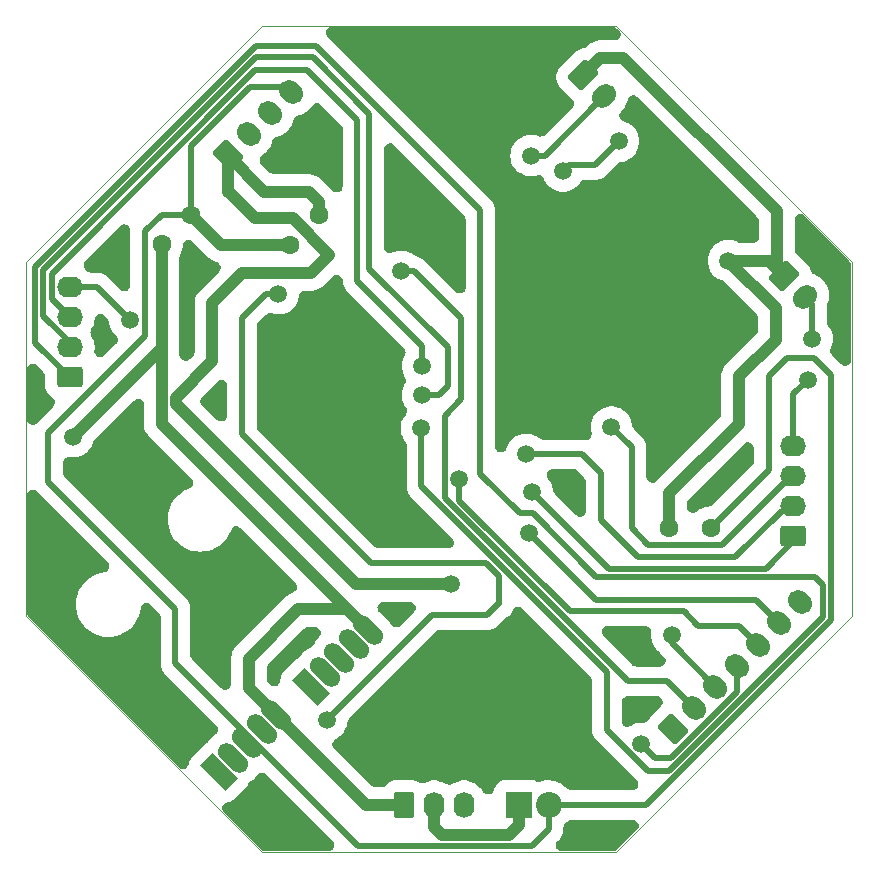
<source format=gbr>
%TF.GenerationSoftware,KiCad,Pcbnew,8.0.1*%
%TF.CreationDate,2024-05-14T22:23:39-04:00*%
%TF.ProjectId,MainPCBV2,4d61696e-5043-4425-9632-2e6b69636164,rev?*%
%TF.SameCoordinates,PX7270e00PY7bfa480*%
%TF.FileFunction,Copper,L2,Bot*%
%TF.FilePolarity,Positive*%
%FSLAX45Y45*%
G04 Gerber Fmt 4.5, Leading zero omitted, Abs format (unit mm)*
G04 Created by KiCad (PCBNEW 8.0.1) date 2024-05-14 22:23:39*
%MOMM*%
%LPD*%
G01*
G04 APERTURE LIST*
G04 Aperture macros list*
%AMRoundRect*
0 Rectangle with rounded corners*
0 $1 Rounding radius*
0 $2 $3 $4 $5 $6 $7 $8 $9 X,Y pos of 4 corners*
0 Add a 4 corners polygon primitive as box body*
4,1,4,$2,$3,$4,$5,$6,$7,$8,$9,$2,$3,0*
0 Add four circle primitives for the rounded corners*
1,1,$1+$1,$2,$3*
1,1,$1+$1,$4,$5*
1,1,$1+$1,$6,$7*
1,1,$1+$1,$8,$9*
0 Add four rect primitives between the rounded corners*
20,1,$1+$1,$2,$3,$4,$5,0*
20,1,$1+$1,$4,$5,$6,$7,0*
20,1,$1+$1,$6,$7,$8,$9,0*
20,1,$1+$1,$8,$9,$2,$3,0*%
%AMHorizOval*
0 Thick line with rounded ends*
0 $1 width*
0 $2 $3 position (X,Y) of the first rounded end (center of the circle)*
0 $4 $5 position (X,Y) of the second rounded end (center of the circle)*
0 Add line between two ends*
20,1,$1,$2,$3,$4,$5,0*
0 Add two circle primitives to create the rounded ends*
1,1,$1,$2,$3*
1,1,$1,$4,$5*%
%AMRotRect*
0 Rectangle, with rotation*
0 The origin of the aperture is its center*
0 $1 length*
0 $2 width*
0 $3 Rotation angle, in degrees counterclockwise*
0 Add horizontal line*
21,1,$1,$2,0,0,$3*%
G04 Aperture macros list end*
%TA.AperFunction,ComponentPad*%
%ADD10RoundRect,0.250000X0.845000X-0.620000X0.845000X0.620000X-0.845000X0.620000X-0.845000X-0.620000X0*%
%TD*%
%TA.AperFunction,ComponentPad*%
%ADD11O,2.190000X1.740000*%
%TD*%
%TA.AperFunction,ComponentPad*%
%ADD12RoundRect,0.250000X0.159099X-1.035911X1.035911X-0.159099X-0.159099X1.035911X-1.035911X0.159099X0*%
%TD*%
%TA.AperFunction,ComponentPad*%
%ADD13HorizOval,1.740000X-0.159099X0.159099X0.159099X-0.159099X0*%
%TD*%
%TA.AperFunction,ComponentPad*%
%ADD14RotRect,1.500000X3.000000X45.000000*%
%TD*%
%TA.AperFunction,ComponentPad*%
%ADD15HorizOval,1.500000X-0.530330X0.530330X0.530330X-0.530330X0*%
%TD*%
%TA.AperFunction,ComponentPad*%
%ADD16C,1.600000*%
%TD*%
%TA.AperFunction,ComponentPad*%
%ADD17RoundRect,0.250000X-1.035911X-0.159099X-0.159099X-1.035911X1.035911X0.159099X0.159099X1.035911X0*%
%TD*%
%TA.AperFunction,ComponentPad*%
%ADD18HorizOval,1.740000X-0.159099X-0.159099X0.159099X0.159099X0*%
%TD*%
%TA.AperFunction,ComponentPad*%
%ADD19RoundRect,0.250000X-0.620000X-0.845000X0.620000X-0.845000X0.620000X0.845000X-0.620000X0.845000X0*%
%TD*%
%TA.AperFunction,ComponentPad*%
%ADD20O,1.740000X2.190000*%
%TD*%
%TA.AperFunction,ComponentPad*%
%ADD21R,2.200000X2.200000*%
%TD*%
%TA.AperFunction,ComponentPad*%
%ADD22C,2.200000*%
%TD*%
%TA.AperFunction,ViaPad*%
%ADD23C,1.500000*%
%TD*%
%TA.AperFunction,Conductor*%
%ADD24C,0.500000*%
%TD*%
%TA.AperFunction,Conductor*%
%ADD25C,1.000000*%
%TD*%
%TA.AperFunction,Profile*%
%ADD26C,0.100000*%
%TD*%
G04 APERTURE END LIST*
D10*
X6500000Y2678000D03*
D11*
X6500000Y2932000D03*
X6500000Y3186000D03*
X6500000Y3440000D03*
D12*
X1710790Y5900790D03*
D13*
X1890395Y6080395D03*
X2070000Y6260000D03*
X2249605Y6439605D03*
D14*
X1637624Y681544D03*
D15*
X1757832Y801752D03*
X1878040Y921960D03*
X1998248Y1042168D03*
X2118456Y1162376D03*
D16*
X2483744Y5393744D03*
X2236256Y5146256D03*
D17*
X6420395Y4879605D03*
D18*
X6600000Y4700000D03*
D19*
X3202000Y400000D03*
D20*
X3456000Y400000D03*
X3710000Y400000D03*
D21*
X4173000Y400000D03*
D22*
X4427000Y400000D03*
D17*
X4720395Y6579605D03*
D18*
X4900000Y6400000D03*
D12*
X5481185Y1041185D03*
D13*
X5660790Y1220790D03*
X5840395Y1400395D03*
X6020000Y1580000D03*
X6199605Y1759605D03*
X6379210Y1939210D03*
X6558815Y2118815D03*
D16*
X5450000Y2750000D03*
X5800000Y2750000D03*
X1152513Y5152513D03*
X1400000Y5400000D03*
D14*
X2415779Y1403389D03*
D15*
X2535987Y1523597D03*
X2656195Y1643805D03*
X2776403Y1764013D03*
X2896611Y1884221D03*
D10*
X375000Y4021000D03*
D11*
X375000Y4275000D03*
X375000Y4529000D03*
X375000Y4783000D03*
D23*
X5470000Y1840000D03*
X400000Y3520000D03*
X3600000Y2270000D03*
X3360000Y3870000D03*
X880000Y4510000D03*
X3350000Y3590000D03*
X5950000Y5010000D03*
X5210000Y920000D03*
X3180000Y4920000D03*
X3670000Y3160000D03*
X4260000Y2700000D03*
X5020000Y6020000D03*
X4550000Y5770000D03*
X3360000Y4120000D03*
X6660000Y4350000D03*
X4280000Y5900000D03*
X2550000Y1120000D03*
X2140000Y4730000D03*
X6620000Y4000000D03*
X4960000Y3600000D03*
X4290000Y3050000D03*
X4240000Y3370000D03*
D24*
X4427000Y400000D02*
X5256486Y400000D01*
X6290000Y3240000D02*
X5800000Y2750000D01*
X1010920Y5257800D02*
X1010920Y4373880D01*
X2209210Y6480000D02*
X1898995Y6480000D01*
X6446520Y4185920D02*
X6290000Y4029400D01*
X1898995Y6480000D02*
X1400000Y5981005D01*
D25*
X1400000Y5400000D02*
X1653744Y5146256D01*
D24*
X2815711Y55000D02*
X4286640Y55000D01*
X1400000Y5400000D02*
X1153120Y5400000D01*
X4427000Y195360D02*
X4427000Y400000D01*
X1153120Y5400000D02*
X1010920Y5257800D01*
X2249605Y6439605D02*
X2209210Y6480000D01*
X1268155Y2061845D02*
X1268155Y1602555D01*
X5470000Y1770790D02*
X5470000Y1840000D01*
X6820000Y1963514D02*
X6820000Y4041040D01*
X4286640Y55000D02*
X4427000Y195360D01*
D25*
X1653744Y5146256D02*
X2236256Y5146256D01*
D24*
X6675120Y4185920D02*
X6446520Y4185920D01*
X1010920Y4373880D02*
X190000Y3552960D01*
X6290000Y4029400D02*
X6290000Y3240000D01*
X1268155Y1602555D02*
X2815711Y55000D01*
X5840395Y1400395D02*
X5470000Y1770790D01*
X1400000Y5981005D02*
X1400000Y5400000D01*
X5256486Y400000D02*
X6820000Y1963514D01*
X6820000Y4041040D02*
X6675120Y4185920D01*
X190000Y3552960D02*
X190000Y3140000D01*
X190000Y3140000D02*
X1268155Y2061845D01*
D25*
X1890000Y1640000D02*
X1890000Y1390833D01*
X2720833Y2060000D02*
X2310000Y2060000D01*
X1890000Y1390833D02*
X2118456Y1162376D01*
X1152513Y5152513D02*
X1152513Y3628320D01*
X2310000Y2060000D02*
X1890000Y1640000D01*
X2912390Y1900000D02*
X2896611Y1884221D01*
X2880833Y400000D02*
X2118456Y1162376D01*
X2896611Y1884221D02*
X2720833Y2060000D01*
X1152513Y5152513D02*
X1152513Y4272513D01*
X1152513Y3628320D02*
X2896611Y1884221D01*
X1152513Y4272513D02*
X400000Y3520000D01*
X3202000Y400000D02*
X2880833Y400000D01*
X2260000Y5370000D02*
X1940000Y5370000D01*
X1272513Y3850000D02*
X1579880Y4157367D01*
X1940000Y5370000D02*
X1720000Y5590000D01*
X1710790Y5900790D02*
X2021580Y5590000D01*
X1835790Y4905000D02*
X2415000Y4905000D01*
X1720000Y5590000D02*
X1710790Y5590000D01*
X1272513Y3797487D02*
X1272513Y3850000D01*
X1579880Y4157367D02*
X1579880Y4649090D01*
X2415000Y4905000D02*
X2570000Y5060000D01*
X1710790Y5590000D02*
X1710790Y5900790D01*
X1579880Y4649090D02*
X1835790Y4905000D01*
X2570000Y5060000D02*
X2260000Y5370000D01*
X3600000Y2270000D02*
X2800000Y2270000D01*
X2800000Y2270000D02*
X1272513Y3797487D01*
X2483744Y5506256D02*
X2483744Y5393744D01*
X2021580Y5590000D02*
X2400000Y5590000D01*
X2400000Y5590000D02*
X2483744Y5506256D01*
D24*
X1952005Y6731000D02*
X2433320Y6731000D01*
X150500Y4544324D02*
X150500Y4929495D01*
X2910840Y6253480D02*
X2910840Y4942840D01*
X419824Y4275000D02*
X150500Y4544324D01*
X3499160Y3870000D02*
X3360000Y3870000D01*
X2433320Y6731000D02*
X2910840Y6253480D01*
X3576320Y3947160D02*
X3499160Y3870000D01*
X375000Y4275000D02*
X419824Y4275000D01*
X150500Y4929495D02*
X1952005Y6731000D01*
X2910840Y4942840D02*
X3576320Y4277360D01*
X3576320Y4277360D02*
X3576320Y3947160D01*
X607000Y4783000D02*
X880000Y4510000D01*
X375000Y4783000D02*
X607000Y4783000D01*
X4920000Y1040000D02*
X4920000Y1528995D01*
X4292600Y2870200D02*
X4832800Y2330000D01*
X4920000Y1528995D02*
X3350000Y3098995D01*
X80500Y4958490D02*
X1949530Y6827520D01*
X5448371Y690880D02*
X5269120Y690880D01*
X3350000Y3098995D02*
X3350000Y3590000D01*
X3850000Y3206120D02*
X4185920Y2870200D01*
X6750000Y1992509D02*
X5448371Y690880D01*
X375000Y4021000D02*
X80500Y4315500D01*
X2458720Y6827520D02*
X3850000Y5436240D01*
X6681920Y2330000D02*
X6750000Y2261920D01*
X80500Y4315500D02*
X80500Y4958490D01*
X4832800Y2330000D02*
X6681920Y2330000D01*
X6750000Y2261920D02*
X6750000Y1992509D01*
X5269120Y690880D02*
X4920000Y1040000D01*
X1949530Y6827520D02*
X2458720Y6827520D01*
X4185920Y2870200D02*
X4292600Y2870200D01*
X3850000Y5436240D02*
X3850000Y3206120D01*
D25*
X6040000Y4030000D02*
X6040000Y3630000D01*
X6360000Y4940000D02*
X6360000Y5427868D01*
X6350000Y4340000D02*
X6040000Y4030000D01*
X6040000Y3630000D02*
X5450000Y3040000D01*
X6290000Y5010000D02*
X6420395Y4879605D01*
X4866710Y6725920D02*
X4720395Y6579605D01*
X5950000Y5010000D02*
X6290000Y5010000D01*
X5450000Y3040000D02*
X5450000Y2750000D01*
X6350000Y4610000D02*
X6350000Y4340000D01*
X6420395Y4879605D02*
X6360000Y4940000D01*
X5950000Y5010000D02*
X6350000Y4610000D01*
X6360000Y5427868D02*
X5061948Y6725920D01*
X5061948Y6725920D02*
X4866710Y6725920D01*
D24*
X6020000Y1580000D02*
X5990000Y1580000D01*
X5327360Y802640D02*
X5210000Y920000D01*
X6020000Y1580000D02*
X6020000Y1361504D01*
X5461136Y802640D02*
X5327360Y802640D01*
X6020000Y1361504D02*
X5461136Y802640D01*
X5433779Y1447800D02*
X5660790Y1220790D01*
X3550000Y3698240D02*
X3550000Y2997990D01*
X3180000Y4920000D02*
X3290000Y4920000D01*
X3688080Y3836320D02*
X3550000Y3698240D01*
X5100190Y1447800D02*
X5433779Y1447800D01*
X3688080Y4521920D02*
X3688080Y3836320D01*
X3550000Y2997990D02*
X5100190Y1447800D01*
X3290000Y4920000D02*
X3688080Y4521920D01*
X3670000Y3160000D02*
X3670000Y2976985D01*
X6038970Y1920240D02*
X6199605Y1759605D01*
X5694680Y1920240D02*
X6038970Y1920240D01*
X5572760Y2042160D02*
X5694680Y1920240D01*
X4604825Y2042160D02*
X5572760Y2042160D01*
X3670000Y2976985D02*
X4604825Y2042160D01*
X4260000Y2700000D02*
X4826400Y2133600D01*
X6184820Y2133600D02*
X6379210Y1939210D01*
X4826400Y2133600D02*
X6184820Y2133600D01*
X4820000Y5820000D02*
X5020000Y6020000D01*
X4600000Y5820000D02*
X4820000Y5820000D01*
X4550000Y5770000D02*
X4600000Y5820000D01*
X220500Y4683500D02*
X220500Y4900500D01*
X3360000Y4290480D02*
X3360000Y4120000D01*
X1944320Y6624320D02*
X2382520Y6624320D01*
X2382520Y6624320D02*
X2809240Y6197600D01*
X220500Y4900500D02*
X1944320Y6624320D01*
X2809240Y4841240D02*
X3360000Y4290480D01*
X2809240Y6197600D02*
X2809240Y4841240D01*
X375000Y4529000D02*
X220500Y4683500D01*
X6660000Y4640000D02*
X6600000Y4700000D01*
X6660000Y4350000D02*
X6660000Y4640000D01*
X4400000Y5900000D02*
X4900000Y6400000D01*
X4280000Y5900000D02*
X4400000Y5900000D01*
X1830000Y3540000D02*
X1830000Y4527480D01*
X4000000Y2100000D02*
X4010000Y2100000D01*
X2032520Y4730000D02*
X2140000Y4730000D01*
X3440000Y2010000D02*
X3910000Y2010000D01*
X1830000Y4527480D02*
X2032520Y4730000D01*
X3900000Y2450000D02*
X2920000Y2450000D01*
X2920000Y2450000D02*
X1830000Y3540000D01*
X4010000Y2340000D02*
X3900000Y2450000D01*
X2550000Y1120000D02*
X3440000Y2010000D01*
X3910000Y2010000D02*
X4000000Y2100000D01*
X4010000Y2100000D02*
X4010000Y2340000D01*
X6620000Y4000000D02*
X6500000Y3880000D01*
X6500000Y3880000D02*
X6500000Y3400000D01*
X5130800Y3429200D02*
X4960000Y3600000D01*
X5130800Y2742423D02*
X5130800Y3429200D01*
X6500000Y3146000D02*
X6437840Y3146000D01*
X5272263Y2600960D02*
X5130800Y2742423D01*
X6437840Y3146000D02*
X5892800Y2600960D01*
X5892800Y2600960D02*
X5272263Y2600960D01*
X6264840Y2402840D02*
X4937160Y2402840D01*
X6500000Y2638000D02*
X6264840Y2402840D01*
X4937160Y2402840D02*
X4290000Y3050000D01*
X6402280Y2892000D02*
X6500000Y2892000D01*
X5181600Y2499360D02*
X6009640Y2499360D01*
X6009640Y2499360D02*
X6402280Y2892000D01*
X4870000Y3210000D02*
X4870000Y2810960D01*
X4240000Y3370000D02*
X4710000Y3370000D01*
X4870000Y2810960D02*
X5181600Y2499360D01*
X4710000Y3370000D02*
X4870000Y3210000D01*
D25*
X4092080Y150000D02*
X3522840Y150000D01*
X4173000Y230920D02*
X4092080Y150000D01*
X3456000Y216840D02*
X3456000Y400000D01*
X3522840Y150000D02*
X3456000Y216840D01*
X4173000Y400000D02*
X4173000Y230920D01*
%TA.AperFunction,NonConductor*%
G36*
X2483220Y6341075D02*
G01*
X2495520Y6333974D01*
X2499959Y6330034D01*
X2669575Y6160418D01*
X2678086Y6149048D01*
X2683050Y6135740D01*
X2684190Y6125133D01*
X2684190Y5638482D01*
X2682169Y5624424D01*
X2676269Y5611504D01*
X2666968Y5600770D01*
X2655019Y5593091D01*
X2641392Y5589090D01*
X2627189Y5589090D01*
X2613561Y5593091D01*
X2601612Y5600770D01*
X2599005Y5603197D01*
X2577779Y5624424D01*
X2497751Y5704452D01*
X2478643Y5718334D01*
X2478643Y5718334D01*
X2478643Y5718334D01*
X2478642Y5718335D01*
X2457600Y5729057D01*
X2457598Y5729057D01*
X2435137Y5736355D01*
X2435137Y5736355D01*
X2411809Y5740050D01*
X2104402Y5740050D01*
X2090343Y5742071D01*
X2077424Y5747971D01*
X2069117Y5754665D01*
X1996020Y5827763D01*
X1987508Y5839133D01*
X1982545Y5852440D01*
X1981531Y5866607D01*
X1984550Y5880486D01*
X1991357Y5892951D01*
X2001400Y5902994D01*
X2006354Y5906262D01*
X2010447Y5908625D01*
X2029900Y5923552D01*
X2047238Y5940890D01*
X2062165Y5960343D01*
X2074425Y5981577D01*
X2083808Y6004231D01*
X2089529Y6025582D01*
X2095120Y6038637D01*
X2104163Y6049590D01*
X2115925Y6057551D01*
X2124812Y6060866D01*
X2146164Y6066587D01*
X2168818Y6075970D01*
X2190052Y6088230D01*
X2209505Y6103157D01*
X2226843Y6120495D01*
X2241770Y6139948D01*
X2254030Y6161182D01*
X2263413Y6183836D01*
X2269134Y6205187D01*
X2274725Y6218243D01*
X2283768Y6229195D01*
X2295530Y6237156D01*
X2304418Y6240471D01*
X2325769Y6246192D01*
X2348423Y6255575D01*
X2369658Y6267835D01*
X2389110Y6282762D01*
X2406449Y6300100D01*
X2421375Y6319553D01*
X2421459Y6319698D01*
X2421547Y6319810D01*
X2422284Y6320912D01*
X2422369Y6320855D01*
X2430239Y6330863D01*
X2441808Y6339102D01*
X2455230Y6343747D01*
X2469417Y6344423D01*
X2483220Y6341075D01*
G37*
%TD.AperFunction*%
%TA.AperFunction,NonConductor*%
G36*
X853408Y5315307D02*
G01*
X865874Y5308501D01*
X875917Y5298457D01*
X882724Y5285992D01*
X885743Y5272113D01*
X885870Y5268554D01*
X885870Y4801447D01*
X883849Y4787388D01*
X877949Y4774469D01*
X868648Y4763735D01*
X856699Y4756056D01*
X843071Y4752055D01*
X828868Y4752055D01*
X815241Y4756056D01*
X803292Y4763735D01*
X800685Y4766162D01*
X688465Y4878383D01*
X688465Y4878383D01*
X672541Y4889952D01*
X672540Y4889953D01*
X672540Y4889953D01*
X655003Y4898888D01*
X655003Y4898888D01*
X655003Y4898888D01*
X655002Y4898889D01*
X655001Y4898889D01*
X636283Y4904971D01*
X636283Y4904971D01*
X616842Y4908050D01*
X616842Y4908050D01*
X557648Y4908050D01*
X543589Y4910071D01*
X530670Y4915971D01*
X522363Y4922665D01*
X521095Y4923933D01*
X509476Y4932849D01*
X499553Y4943011D01*
X492895Y4955557D01*
X490042Y4969470D01*
X491224Y4983624D01*
X496345Y4996872D01*
X504569Y5007721D01*
X800685Y5303838D01*
X812055Y5312350D01*
X825363Y5317313D01*
X839530Y5318326D01*
X853408Y5315307D01*
G37*
%TD.AperFunction*%
%TA.AperFunction,NonConductor*%
G36*
X3106519Y5998424D02*
G01*
X3118468Y5990745D01*
X3121075Y5988318D01*
X3710335Y5399058D01*
X3718846Y5387688D01*
X3723810Y5374380D01*
X3724950Y5363773D01*
X3724950Y4782367D01*
X3722929Y4768308D01*
X3717029Y4755389D01*
X3707728Y4744655D01*
X3695779Y4736976D01*
X3682151Y4732975D01*
X3667948Y4732975D01*
X3654321Y4736976D01*
X3642372Y4744655D01*
X3639765Y4747082D01*
X3371465Y5015383D01*
X3371465Y5015383D01*
X3355540Y5026952D01*
X3355540Y5026953D01*
X3355540Y5026953D01*
X3338003Y5035888D01*
X3338003Y5035888D01*
X3338003Y5035888D01*
X3338002Y5035889D01*
X3338001Y5035889D01*
X3319283Y5041971D01*
X3319281Y5041971D01*
X3318154Y5042150D01*
X3304585Y5046346D01*
X3292748Y5054195D01*
X3292021Y5054856D01*
X3289448Y5057243D01*
X3267771Y5072022D01*
X3267771Y5072023D01*
X3267770Y5072023D01*
X3254315Y5078502D01*
X3244133Y5083406D01*
X3244133Y5083406D01*
X3244132Y5083406D01*
X3244132Y5083406D01*
X3219061Y5091140D01*
X3219061Y5091140D01*
X3219061Y5091140D01*
X3208141Y5092786D01*
X3193118Y5095050D01*
X3166882Y5095050D01*
X3151859Y5092786D01*
X3140939Y5091140D01*
X3140938Y5091140D01*
X3124809Y5086164D01*
X3115867Y5083406D01*
X3115866Y5083406D01*
X3107441Y5079348D01*
X3093898Y5075070D01*
X3079697Y5074780D01*
X3065991Y5078502D01*
X3053889Y5085936D01*
X3044370Y5096478D01*
X3038208Y5109274D01*
X3035900Y5123289D01*
X3035890Y5124307D01*
X3035890Y5953033D01*
X3037911Y5967092D01*
X3043811Y5980011D01*
X3053112Y5990745D01*
X3065061Y5998424D01*
X3078688Y6002425D01*
X3092891Y6002425D01*
X3106519Y5998424D01*
G37*
%TD.AperFunction*%
%TA.AperFunction,NonConductor*%
G36*
X647317Y4556797D02*
G01*
X660306Y4551051D01*
X669114Y4544039D01*
X691473Y4521680D01*
X699984Y4510310D01*
X704948Y4497002D01*
X705948Y4490125D01*
X706420Y4483837D01*
X706420Y4483837D01*
X712258Y4458258D01*
X712258Y4458258D01*
X721842Y4433837D01*
X721843Y4433836D01*
X721843Y4433836D01*
X734961Y4411114D01*
X751319Y4390602D01*
X763670Y4379142D01*
X764944Y4377960D01*
X773875Y4366916D01*
X779333Y4353804D01*
X780875Y4339685D01*
X778377Y4325703D01*
X772041Y4312991D01*
X766288Y4306096D01*
X667515Y4207322D01*
X656144Y4198811D01*
X642837Y4193847D01*
X628670Y4192834D01*
X614792Y4195853D01*
X602326Y4202660D01*
X592283Y4212703D01*
X585476Y4225168D01*
X582457Y4239047D01*
X582757Y4249119D01*
X584550Y4262740D01*
X584550Y4287260D01*
X581350Y4311570D01*
X575003Y4335254D01*
X565620Y4357908D01*
X565580Y4357977D01*
X554568Y4377050D01*
X549289Y4390236D01*
X547939Y4404374D01*
X550627Y4418321D01*
X554568Y4426950D01*
X565620Y4446092D01*
X565620Y4446092D01*
X565620Y4446092D01*
X575003Y4468746D01*
X581350Y4492430D01*
X584356Y4515268D01*
X588195Y4528942D01*
X595731Y4540981D01*
X606354Y4550409D01*
X619202Y4556462D01*
X633235Y4558651D01*
X647317Y4556797D01*
G37*
%TD.AperFunction*%
%TA.AperFunction,NonConductor*%
G36*
X1392598Y5184126D02*
G01*
X1405888Y5179118D01*
X1417109Y5170688D01*
X1555993Y5031805D01*
X1573774Y5018886D01*
X1575100Y5017922D01*
X1596144Y5007200D01*
X1616550Y5000569D01*
X1629295Y4994303D01*
X1639759Y4984699D01*
X1647094Y4972537D01*
X1650704Y4958800D01*
X1650299Y4944603D01*
X1645910Y4931095D01*
X1637893Y4919371D01*
X1636414Y4917827D01*
X1465428Y4746841D01*
X1451546Y4727734D01*
X1451546Y4727734D01*
X1443962Y4712849D01*
X1440823Y4706689D01*
X1433525Y4684228D01*
X1433525Y4684227D01*
X1429830Y4660900D01*
X1429830Y4240189D01*
X1427809Y4226131D01*
X1421909Y4213211D01*
X1415215Y4204905D01*
X1387747Y4177437D01*
X1376377Y4168926D01*
X1363070Y4163962D01*
X1348903Y4162949D01*
X1335024Y4165968D01*
X1322559Y4172775D01*
X1312516Y4182818D01*
X1305709Y4195284D01*
X1302690Y4209162D01*
X1302563Y4212722D01*
X1302563Y5038936D01*
X1304584Y5052995D01*
X1309248Y5063886D01*
X1315187Y5074173D01*
X1325046Y5099293D01*
X1331051Y5125602D01*
X1332065Y5139132D01*
X1335131Y5153000D01*
X1341980Y5165442D01*
X1352057Y5175451D01*
X1364546Y5182216D01*
X1378435Y5185188D01*
X1392598Y5184126D01*
G37*
%TD.AperFunction*%
%TA.AperFunction,NonConductor*%
G36*
X6580679Y5400659D02*
G01*
X6592628Y5392980D01*
X6595235Y5390553D01*
X6975335Y5010453D01*
X6983846Y4999083D01*
X6988810Y4985775D01*
X6989950Y4975168D01*
X6989950Y4168407D01*
X6987929Y4154348D01*
X6982029Y4141429D01*
X6972728Y4130695D01*
X6960779Y4123016D01*
X6947151Y4119015D01*
X6932948Y4119015D01*
X6919321Y4123016D01*
X6907372Y4130695D01*
X6904765Y4133122D01*
X6865112Y4172775D01*
X6825427Y4212460D01*
X6816916Y4223830D01*
X6811953Y4237137D01*
X6810939Y4251304D01*
X6813958Y4265183D01*
X6817498Y4272695D01*
X6818157Y4273836D01*
X6818157Y4273837D01*
X6818157Y4273837D01*
X6822367Y4284564D01*
X6827742Y4298258D01*
X6833580Y4323837D01*
X6835541Y4350000D01*
X6833580Y4376163D01*
X6827742Y4401742D01*
X6825637Y4407106D01*
X6818157Y4426163D01*
X6818157Y4426164D01*
X6818157Y4426164D01*
X6805039Y4448886D01*
X6805038Y4448887D01*
X6795936Y4460300D01*
X6788751Y4472551D01*
X6785309Y4486331D01*
X6785050Y4491412D01*
X6785050Y4625540D01*
X6787071Y4639598D01*
X6788848Y4644635D01*
X6793413Y4655656D01*
X6799759Y4679340D01*
X6802960Y4703650D01*
X6802960Y4728170D01*
X6799759Y4752480D01*
X6793413Y4776164D01*
X6784030Y4798818D01*
X6776444Y4811957D01*
X6771770Y4820052D01*
X6756844Y4839505D01*
X6756843Y4839506D01*
X6739506Y4856843D01*
X6739504Y4856844D01*
X6720052Y4871770D01*
X6698817Y4884030D01*
X6674655Y4894038D01*
X6674787Y4894357D01*
X6664932Y4899377D01*
X6654605Y4909128D01*
X6647443Y4921393D01*
X6645576Y4926889D01*
X6645017Y4928918D01*
X6637107Y4949991D01*
X6637107Y4949992D01*
X6625563Y4969314D01*
X6625563Y4969314D01*
X6625562Y4969315D01*
X6616951Y4979398D01*
X6594349Y5001999D01*
X6524665Y5071683D01*
X6516154Y5083053D01*
X6511190Y5096361D01*
X6510050Y5106968D01*
X6510050Y5355268D01*
X6512071Y5369327D01*
X6517971Y5382246D01*
X6527272Y5392980D01*
X6539221Y5400659D01*
X6552848Y5404660D01*
X6567051Y5404660D01*
X6580679Y5400659D01*
G37*
%TD.AperFunction*%
%TA.AperFunction,NonConductor*%
G36*
X1672488Y3996519D02*
G01*
X1684954Y3989712D01*
X1694997Y3979669D01*
X1701804Y3967204D01*
X1704823Y3953325D01*
X1704950Y3949765D01*
X1704950Y3697722D01*
X1702929Y3683663D01*
X1697029Y3670744D01*
X1687728Y3660010D01*
X1675779Y3652331D01*
X1662151Y3648330D01*
X1647948Y3648330D01*
X1634321Y3652331D01*
X1622372Y3660010D01*
X1619765Y3662437D01*
X1493744Y3788459D01*
X1485232Y3799829D01*
X1480269Y3813137D01*
X1479255Y3827303D01*
X1482274Y3841182D01*
X1489081Y3853648D01*
X1493744Y3859028D01*
X1619765Y3985050D01*
X1631135Y3993562D01*
X1644443Y3998525D01*
X1658610Y3999538D01*
X1672488Y3996519D01*
G37*
%TD.AperFunction*%
%TA.AperFunction,NonConductor*%
G36*
X80679Y4134024D02*
G01*
X92628Y4126345D01*
X95235Y4123918D01*
X150835Y4068318D01*
X159346Y4056948D01*
X164310Y4043640D01*
X165450Y4033033D01*
X165450Y3952579D01*
X165450Y3952577D01*
X166490Y3939359D01*
X166490Y3939359D01*
X171990Y3917532D01*
X181299Y3897038D01*
X194118Y3878535D01*
X194119Y3878534D01*
X210034Y3862619D01*
X210035Y3862618D01*
X227524Y3850501D01*
X237929Y3840834D01*
X245189Y3828626D01*
X248715Y3814868D01*
X248223Y3800674D01*
X243751Y3787193D01*
X235663Y3775518D01*
X234391Y3774199D01*
X95235Y3635042D01*
X83865Y3626530D01*
X70557Y3621567D01*
X56390Y3620554D01*
X42512Y3623573D01*
X30046Y3630380D01*
X20003Y3640423D01*
X13196Y3652888D01*
X10177Y3666767D01*
X10050Y3670327D01*
X10050Y4088633D01*
X12071Y4102692D01*
X17971Y4115611D01*
X27272Y4126345D01*
X39221Y4134024D01*
X52848Y4138025D01*
X67052Y4138025D01*
X80679Y4134024D01*
G37*
%TD.AperFunction*%
%TA.AperFunction,NonConductor*%
G36*
X4989227Y6987929D02*
G01*
X5002146Y6982029D01*
X5010453Y6975335D01*
X5024633Y6961155D01*
X5033144Y6949784D01*
X5038108Y6936477D01*
X5039121Y6922310D01*
X5036102Y6908432D01*
X5029295Y6895966D01*
X5019252Y6885923D01*
X5006786Y6879116D01*
X4992908Y6876097D01*
X4989348Y6875970D01*
X4854901Y6875970D01*
X4831572Y6872275D01*
X4809111Y6864977D01*
X4809110Y6864977D01*
X4788067Y6854255D01*
X4788067Y6854254D01*
X4768959Y6840372D01*
X4768959Y6840371D01*
X4750474Y6821887D01*
X4739104Y6813376D01*
X4725797Y6808412D01*
X4724100Y6808074D01*
X4716413Y6806679D01*
X4702902Y6804227D01*
X4702902Y6804227D01*
X4681828Y6796318D01*
X4681828Y6796318D01*
X4662506Y6784773D01*
X4662505Y6784772D01*
X4652423Y6776161D01*
X4652421Y6776160D01*
X4523841Y6647580D01*
X4523838Y6647577D01*
X4515227Y6637495D01*
X4503682Y6618171D01*
X4495773Y6597098D01*
X4495773Y6597098D01*
X4491754Y6574950D01*
X4491754Y6552441D01*
X4495773Y6530293D01*
X4495773Y6530292D01*
X4503682Y6509219D01*
X4503682Y6509219D01*
X4515227Y6489897D01*
X4515227Y6489896D01*
X4515227Y6489896D01*
X4523839Y6479812D01*
X4523840Y6479811D01*
X4523840Y6479811D01*
X4620601Y6383051D01*
X4620602Y6383050D01*
X4625723Y6378676D01*
X4635100Y6368009D01*
X4641092Y6355132D01*
X4643214Y6341088D01*
X4641293Y6327016D01*
X4635485Y6314055D01*
X4628600Y6305447D01*
X4397703Y6074550D01*
X4386333Y6066039D01*
X4373025Y6061075D01*
X4358859Y6060062D01*
X4345923Y6062876D01*
X4345916Y6062856D01*
X4345678Y6062930D01*
X4344980Y6063081D01*
X4344189Y6063384D01*
X4344133Y6063406D01*
X4344133Y6063406D01*
X4344132Y6063406D01*
X4319062Y6071140D01*
X4319061Y6071140D01*
X4319061Y6071140D01*
X4308141Y6072786D01*
X4293118Y6075050D01*
X4266882Y6075050D01*
X4251859Y6072786D01*
X4240939Y6071140D01*
X4215867Y6063406D01*
X4215867Y6063406D01*
X4192230Y6052023D01*
X4192229Y6052022D01*
X4170552Y6037243D01*
X4151320Y6019398D01*
X4134962Y5998887D01*
X4134961Y5998885D01*
X4121843Y5976164D01*
X4121842Y5976163D01*
X4112258Y5951742D01*
X4112258Y5951742D01*
X4106420Y5926163D01*
X4104459Y5900000D01*
X4106420Y5873837D01*
X4110355Y5856594D01*
X4112258Y5848258D01*
X4112258Y5848258D01*
X4121842Y5823837D01*
X4121843Y5823836D01*
X4121843Y5823836D01*
X4134961Y5801114D01*
X4134962Y5801114D01*
X4134962Y5801113D01*
X4151320Y5780602D01*
X4170552Y5762757D01*
X4182420Y5754665D01*
X4192230Y5747977D01*
X4215868Y5736594D01*
X4240939Y5728860D01*
X4266882Y5724950D01*
X4266882Y5724950D01*
X4293118Y5724950D01*
X4293118Y5724950D01*
X4319062Y5728860D01*
X4327479Y5731457D01*
X4341508Y5733669D01*
X4355592Y5731839D01*
X4368591Y5726115D01*
X4379451Y5716961D01*
X4387291Y5705119D01*
X4388637Y5702004D01*
X4391760Y5694048D01*
X4391843Y5693836D01*
X4391843Y5693836D01*
X4404172Y5672482D01*
X4404961Y5671114D01*
X4404962Y5671114D01*
X4404962Y5671113D01*
X4421320Y5650602D01*
X4440552Y5632757D01*
X4452775Y5624424D01*
X4462230Y5617977D01*
X4485868Y5606594D01*
X4510939Y5598860D01*
X4536882Y5594950D01*
X4536882Y5594950D01*
X4563118Y5594950D01*
X4563118Y5594950D01*
X4589062Y5598860D01*
X4614132Y5606594D01*
X4637770Y5617977D01*
X4659448Y5632757D01*
X4678681Y5650602D01*
X4695039Y5671114D01*
X4695040Y5671116D01*
X4696090Y5672657D01*
X4696347Y5672482D01*
X4703173Y5681163D01*
X4714742Y5689402D01*
X4728164Y5694048D01*
X4737610Y5694950D01*
X4829842Y5694950D01*
X4839562Y5696490D01*
X4849283Y5698029D01*
X4868003Y5704112D01*
X4885541Y5713048D01*
X4901465Y5724617D01*
X5008178Y5831330D01*
X5019548Y5839842D01*
X5032855Y5844805D01*
X5036022Y5845388D01*
X5059062Y5848860D01*
X5084132Y5856594D01*
X5107770Y5867977D01*
X5129448Y5882757D01*
X5148681Y5900602D01*
X5165039Y5921114D01*
X5178157Y5943836D01*
X5178157Y5943837D01*
X5178157Y5943837D01*
X5184635Y5960343D01*
X5187742Y5968258D01*
X5193580Y5993837D01*
X5195541Y6020000D01*
X5193580Y6046163D01*
X5187742Y6071742D01*
X5181271Y6088230D01*
X5178157Y6096163D01*
X5178157Y6096164D01*
X5178157Y6096164D01*
X5165039Y6118886D01*
X5148681Y6139398D01*
X5148088Y6139948D01*
X5129448Y6157243D01*
X5107771Y6172022D01*
X5107771Y6172022D01*
X5107770Y6172023D01*
X5094884Y6178229D01*
X5084133Y6183406D01*
X5084133Y6183406D01*
X5084132Y6183406D01*
X5079535Y6184824D01*
X5059177Y6191104D01*
X5046339Y6197179D01*
X5035732Y6206626D01*
X5028217Y6218677D01*
X5024401Y6232358D01*
X5024594Y6246560D01*
X5028781Y6260132D01*
X5036621Y6271975D01*
X5038599Y6274070D01*
X5056843Y6292315D01*
X5071770Y6311767D01*
X5084030Y6333002D01*
X5093413Y6355656D01*
X5097797Y6372015D01*
X5103388Y6385071D01*
X5112430Y6396023D01*
X5124193Y6403984D01*
X5137721Y6408309D01*
X5151920Y6408647D01*
X5165639Y6404971D01*
X5177767Y6397579D01*
X5181281Y6394384D01*
X6195335Y5380331D01*
X6203846Y5368961D01*
X6208810Y5355653D01*
X6209950Y5345046D01*
X6209950Y5209950D01*
X6207929Y5195892D01*
X6202029Y5182972D01*
X6192728Y5172238D01*
X6180779Y5164559D01*
X6167151Y5160558D01*
X6160050Y5160050D01*
X6053256Y5160050D01*
X6039198Y5162071D01*
X6031606Y5164992D01*
X6014134Y5173406D01*
X6014133Y5173406D01*
X6014132Y5173406D01*
X6014132Y5173406D01*
X5989061Y5181140D01*
X5989061Y5181140D01*
X5989061Y5181140D01*
X5978141Y5182786D01*
X5963118Y5185050D01*
X5936882Y5185050D01*
X5921859Y5182786D01*
X5910939Y5181140D01*
X5910938Y5181140D01*
X5892497Y5175451D01*
X5885867Y5173406D01*
X5885867Y5173406D01*
X5862230Y5162023D01*
X5862229Y5162022D01*
X5840552Y5147243D01*
X5821320Y5129398D01*
X5804962Y5108887D01*
X5804961Y5108885D01*
X5791843Y5086165D01*
X5791842Y5086163D01*
X5782258Y5061742D01*
X5782258Y5061742D01*
X5777786Y5042150D01*
X5776420Y5036163D01*
X5774459Y5010000D01*
X5776420Y4983837D01*
X5781726Y4960589D01*
X5782258Y4958259D01*
X5782258Y4958258D01*
X5791842Y4933837D01*
X5791843Y4933836D01*
X5791843Y4933836D01*
X5797560Y4923933D01*
X5802157Y4915971D01*
X5804961Y4911114D01*
X5814711Y4898888D01*
X5821320Y4890602D01*
X5840552Y4872757D01*
X5853886Y4863666D01*
X5862230Y4857977D01*
X5873489Y4852555D01*
X5885867Y4846594D01*
X5885867Y4846594D01*
X5885868Y4846594D01*
X5896219Y4843401D01*
X5909056Y4837326D01*
X5916795Y4831003D01*
X6185335Y4562463D01*
X6193846Y4551093D01*
X6198810Y4537785D01*
X6199950Y4527178D01*
X6199950Y4422822D01*
X6197929Y4408763D01*
X6192029Y4395844D01*
X6185335Y4387537D01*
X5925548Y4127751D01*
X5925548Y4127751D01*
X5911666Y4108644D01*
X5911666Y4108644D01*
X5904909Y4095383D01*
X5900943Y4087599D01*
X5893645Y4065137D01*
X5893645Y4065137D01*
X5889950Y4041809D01*
X5889950Y3712822D01*
X5887929Y3698763D01*
X5882029Y3685844D01*
X5875335Y3677537D01*
X5341035Y3143237D01*
X5329665Y3134726D01*
X5316357Y3129762D01*
X5302190Y3128749D01*
X5288312Y3131768D01*
X5275846Y3138575D01*
X5265803Y3148618D01*
X5258996Y3161084D01*
X5255977Y3174962D01*
X5255850Y3178522D01*
X5255850Y3439042D01*
X5255091Y3443836D01*
X5252771Y3458483D01*
X5252771Y3458483D01*
X5251382Y3462757D01*
X5251382Y3462757D01*
X5246689Y3477202D01*
X5246688Y3477202D01*
X5246688Y3477203D01*
X5237752Y3494740D01*
X5237752Y3494741D01*
X5226183Y3510664D01*
X5188589Y3548258D01*
X5148527Y3588321D01*
X5140016Y3599690D01*
X5135052Y3612998D01*
X5134051Y3619876D01*
X5133580Y3626163D01*
X5133580Y3626163D01*
X5127742Y3651742D01*
X5124497Y3660010D01*
X5118157Y3676163D01*
X5118157Y3676164D01*
X5118157Y3676164D01*
X5105039Y3698886D01*
X5088681Y3719398D01*
X5073473Y3733509D01*
X5069448Y3737243D01*
X5047771Y3752022D01*
X5047771Y3752022D01*
X5047770Y3752023D01*
X5034884Y3758229D01*
X5024133Y3763406D01*
X5024133Y3763406D01*
X5024133Y3763406D01*
X5024132Y3763406D01*
X4999062Y3771140D01*
X4999061Y3771140D01*
X4999061Y3771140D01*
X4988141Y3772786D01*
X4973118Y3775050D01*
X4946882Y3775050D01*
X4931859Y3772786D01*
X4920939Y3771140D01*
X4895867Y3763406D01*
X4895867Y3763406D01*
X4872230Y3752023D01*
X4872229Y3752022D01*
X4850552Y3737243D01*
X4831320Y3719398D01*
X4814962Y3698887D01*
X4814961Y3698885D01*
X4801843Y3676164D01*
X4801843Y3676163D01*
X4792258Y3651742D01*
X4792258Y3651742D01*
X4786420Y3626163D01*
X4784459Y3600000D01*
X4786420Y3573837D01*
X4788757Y3563595D01*
X4791156Y3553086D01*
X4792314Y3538930D01*
X4789437Y3525022D01*
X4782757Y3512487D01*
X4772817Y3502342D01*
X4760422Y3495409D01*
X4746575Y3492248D01*
X4734701Y3492697D01*
X4719842Y3495050D01*
X4719842Y3495050D01*
X4382174Y3495050D01*
X4368115Y3497071D01*
X4355196Y3502971D01*
X4351015Y3506213D01*
X4350908Y3506079D01*
X4349449Y3507243D01*
X4349448Y3507243D01*
X4349448Y3507243D01*
X4327770Y3522023D01*
X4314884Y3528229D01*
X4304133Y3533406D01*
X4304133Y3533406D01*
X4304133Y3533406D01*
X4304132Y3533406D01*
X4279062Y3541140D01*
X4279061Y3541140D01*
X4279061Y3541140D01*
X4268141Y3542786D01*
X4253118Y3545050D01*
X4226882Y3545050D01*
X4211859Y3542786D01*
X4200939Y3541140D01*
X4175867Y3533406D01*
X4175867Y3533406D01*
X4152230Y3522023D01*
X4152229Y3522022D01*
X4130552Y3507243D01*
X4111320Y3489398D01*
X4094962Y3468887D01*
X4094961Y3468885D01*
X4081843Y3446164D01*
X4081842Y3446163D01*
X4071576Y3420004D01*
X4071289Y3420116D01*
X4066556Y3410117D01*
X4057110Y3399511D01*
X4045057Y3391996D01*
X4031376Y3388181D01*
X4017175Y3388375D01*
X4003603Y3392562D01*
X3991761Y3400404D01*
X3982607Y3411264D01*
X3976884Y3424262D01*
X3975050Y3437666D01*
X3975050Y5446082D01*
X3971971Y5465522D01*
X3971971Y5465522D01*
X3971971Y5465523D01*
X3971247Y5467751D01*
X3969411Y5473402D01*
X3969410Y5473403D01*
X3969410Y5473403D01*
X3965888Y5484242D01*
X3965888Y5484242D01*
X3956953Y5501780D01*
X3956952Y5501780D01*
X3956952Y5501781D01*
X3945383Y5517705D01*
X3931465Y5531623D01*
X2558322Y6904765D01*
X2549810Y6916135D01*
X2544847Y6929443D01*
X2543834Y6943610D01*
X2546853Y6957488D01*
X2553660Y6969954D01*
X2563703Y6979997D01*
X2576168Y6986804D01*
X2590047Y6989823D01*
X2593607Y6989950D01*
X4975168Y6989950D01*
X4989227Y6987929D01*
G37*
%TD.AperFunction*%
%TA.AperFunction,NonConductor*%
G36*
X6132488Y3469032D02*
G01*
X6144954Y3462225D01*
X6154997Y3452182D01*
X6161804Y3439716D01*
X6164823Y3425838D01*
X6164950Y3422278D01*
X6164950Y3312467D01*
X6162929Y3298408D01*
X6157029Y3285489D01*
X6150335Y3277182D01*
X5817647Y2944495D01*
X5806277Y2935983D01*
X5792970Y2931020D01*
X5788350Y2930347D01*
X5788353Y2930328D01*
X5786507Y2930050D01*
X5786507Y2930050D01*
X5774165Y2928190D01*
X5759823Y2926028D01*
X5749250Y2922767D01*
X5734036Y2918074D01*
X5734035Y2918074D01*
X5734035Y2918073D01*
X5709723Y2906365D01*
X5709722Y2906365D01*
X5687426Y2891163D01*
X5683890Y2887883D01*
X5672210Y2879803D01*
X5658726Y2875340D01*
X5644531Y2874858D01*
X5630775Y2878394D01*
X5618573Y2885662D01*
X5608913Y2896073D01*
X5602577Y2908785D01*
X5600079Y2922767D01*
X5600050Y2924463D01*
X5600050Y2957178D01*
X5602071Y2971237D01*
X5607971Y2984156D01*
X5614665Y2992463D01*
X6079765Y3457563D01*
X6091135Y3466074D01*
X6104443Y3471038D01*
X6118610Y3472051D01*
X6132488Y3469032D01*
G37*
%TD.AperFunction*%
%TA.AperFunction,NonConductor*%
G36*
X4651592Y3242929D02*
G01*
X4664511Y3237029D01*
X4672818Y3230335D01*
X4730335Y3172818D01*
X4738846Y3161448D01*
X4743810Y3148140D01*
X4744950Y3137533D01*
X4744950Y2892367D01*
X4742929Y2878308D01*
X4737029Y2865389D01*
X4727728Y2854655D01*
X4715779Y2846976D01*
X4702152Y2842974D01*
X4687949Y2842974D01*
X4674321Y2846976D01*
X4662372Y2854655D01*
X4659765Y2857082D01*
X4478527Y3038320D01*
X4470016Y3049690D01*
X4465052Y3062998D01*
X4464051Y3069876D01*
X4463890Y3072025D01*
X4463580Y3076163D01*
X4457742Y3101742D01*
X4453109Y3113546D01*
X4448157Y3126163D01*
X4448157Y3126164D01*
X4448157Y3126164D01*
X4435039Y3148886D01*
X4423035Y3163938D01*
X4415850Y3176189D01*
X4412408Y3189969D01*
X4412987Y3204160D01*
X4417541Y3217613D01*
X4425700Y3229238D01*
X4436805Y3238094D01*
X4449954Y3243462D01*
X4462048Y3244950D01*
X4637533Y3244950D01*
X4651592Y3242929D01*
G37*
%TD.AperFunction*%
%TA.AperFunction,NonConductor*%
G36*
X2651728Y4888272D02*
G01*
X2664194Y4881465D01*
X2674237Y4871422D01*
X2681044Y4858956D01*
X2684063Y4845078D01*
X2684190Y4841518D01*
X2684190Y4831398D01*
X2687269Y4811958D01*
X2687269Y4811957D01*
X2693351Y4793239D01*
X2693352Y4793237D01*
X2701796Y4776665D01*
X2702288Y4775700D01*
X2713857Y4759775D01*
X2713857Y4759775D01*
X3202449Y4271184D01*
X3210961Y4259814D01*
X3215924Y4246506D01*
X3216937Y4232339D01*
X3213918Y4218461D01*
X3210379Y4210949D01*
X3201843Y4196164D01*
X3201842Y4196163D01*
X3192258Y4171742D01*
X3192258Y4171742D01*
X3186420Y4146163D01*
X3184459Y4120000D01*
X3186420Y4093837D01*
X3190895Y4074231D01*
X3192258Y4068258D01*
X3192258Y4068258D01*
X3201842Y4043837D01*
X3201843Y4043835D01*
X3215634Y4019950D01*
X3220912Y4006764D01*
X3222262Y3992625D01*
X3219574Y3978679D01*
X3215634Y3970050D01*
X3201843Y3946165D01*
X3201842Y3946163D01*
X3192258Y3921742D01*
X3192258Y3921742D01*
X3189637Y3910260D01*
X3186420Y3896163D01*
X3184459Y3870000D01*
X3186420Y3843837D01*
X3189838Y3828860D01*
X3192258Y3818258D01*
X3192258Y3818258D01*
X3201842Y3793837D01*
X3201843Y3793836D01*
X3201843Y3793836D01*
X3214961Y3771114D01*
X3217938Y3767382D01*
X3225123Y3755130D01*
X3228565Y3741351D01*
X3227986Y3727160D01*
X3223432Y3713707D01*
X3217938Y3705158D01*
X3204962Y3688887D01*
X3204961Y3688885D01*
X3191843Y3666164D01*
X3191842Y3666163D01*
X3182258Y3641742D01*
X3182258Y3641742D01*
X3178702Y3626163D01*
X3176420Y3616163D01*
X3174459Y3590000D01*
X3176420Y3563837D01*
X3180708Y3545050D01*
X3182258Y3538258D01*
X3182258Y3538258D01*
X3191842Y3513837D01*
X3191843Y3513836D01*
X3191843Y3513836D01*
X3193674Y3510664D01*
X3204048Y3492697D01*
X3204961Y3491114D01*
X3214063Y3479701D01*
X3221248Y3467449D01*
X3224691Y3453670D01*
X3224950Y3448589D01*
X3224950Y3089153D01*
X3228029Y3069712D01*
X3228029Y3069712D01*
X3234111Y3050994D01*
X3234112Y3050992D01*
X3241398Y3036692D01*
X3243048Y3033454D01*
X3254617Y3017530D01*
X3254617Y3017530D01*
X3611913Y2660235D01*
X3620425Y2648865D01*
X3625388Y2635557D01*
X3626401Y2621390D01*
X3623382Y2607512D01*
X3616575Y2595046D01*
X3606532Y2585003D01*
X3594067Y2578196D01*
X3580188Y2575177D01*
X3576628Y2575050D01*
X2992467Y2575050D01*
X2978408Y2577071D01*
X2965489Y2582971D01*
X2957182Y2589665D01*
X1969665Y3577182D01*
X1961154Y3588552D01*
X1956190Y3601860D01*
X1955050Y3612467D01*
X1955050Y4455014D01*
X1957071Y4469072D01*
X1962971Y4481992D01*
X1969664Y4490297D01*
X2031751Y4552384D01*
X2043120Y4560895D01*
X2056428Y4565858D01*
X2070595Y4566871D01*
X2081742Y4564782D01*
X2100939Y4558860D01*
X2126882Y4554950D01*
X2126882Y4554950D01*
X2153118Y4554950D01*
X2153118Y4554950D01*
X2179062Y4558860D01*
X2204132Y4566594D01*
X2227770Y4577977D01*
X2249448Y4592757D01*
X2268681Y4610602D01*
X2285039Y4631114D01*
X2298157Y4653836D01*
X2298157Y4653837D01*
X2298157Y4653837D01*
X2302367Y4664564D01*
X2307742Y4678258D01*
X2313580Y4703837D01*
X2313951Y4708780D01*
X2317017Y4722647D01*
X2323866Y4735090D01*
X2333943Y4745099D01*
X2346432Y4751863D01*
X2360321Y4754835D01*
X2363711Y4754950D01*
X2426809Y4754950D01*
X2450137Y4758645D01*
X2472599Y4765943D01*
X2493643Y4776666D01*
X2512751Y4790548D01*
X2599005Y4876803D01*
X2610376Y4885314D01*
X2623683Y4890278D01*
X2637850Y4891291D01*
X2651728Y4888272D01*
G37*
%TD.AperFunction*%
%TA.AperFunction,NonConductor*%
G36*
X3266692Y2117929D02*
G01*
X3279611Y2112029D01*
X3290345Y2102728D01*
X3298024Y2090779D01*
X3302025Y2077151D01*
X3302025Y2062948D01*
X3298024Y2049321D01*
X3290345Y2037372D01*
X3287918Y2034765D01*
X3173065Y1919913D01*
X3161695Y1911401D01*
X3148388Y1906438D01*
X3134221Y1905425D01*
X3120342Y1908444D01*
X3107877Y1915250D01*
X3097834Y1925294D01*
X3096290Y1927475D01*
X3095505Y1928649D01*
X3081536Y1946855D01*
X2993625Y2034765D01*
X2985114Y2046135D01*
X2980150Y2059443D01*
X2979137Y2073610D01*
X2982156Y2087488D01*
X2988963Y2099954D01*
X2999006Y2109997D01*
X3011472Y2116804D01*
X3025350Y2119823D01*
X3028910Y2119950D01*
X3252633Y2119950D01*
X3266692Y2117929D01*
G37*
%TD.AperFunction*%
%TA.AperFunction,NonConductor*%
G36*
X5260517Y1915089D02*
G01*
X5273436Y1909189D01*
X5284170Y1899888D01*
X5291849Y1887939D01*
X5295851Y1874311D01*
X5296219Y1863482D01*
X5294459Y1840000D01*
X5296420Y1813837D01*
X5300879Y1794299D01*
X5302258Y1788258D01*
X5302258Y1788258D01*
X5311843Y1763837D01*
X5311843Y1763836D01*
X5322741Y1744960D01*
X5324961Y1741114D01*
X5324962Y1741114D01*
X5324962Y1741113D01*
X5327643Y1737751D01*
X5339813Y1722491D01*
X5341320Y1720602D01*
X5354339Y1708522D01*
X5360552Y1702757D01*
X5361922Y1701823D01*
X5372399Y1692233D01*
X5374181Y1689925D01*
X5374616Y1689326D01*
X5374618Y1689325D01*
X5405908Y1658035D01*
X5414419Y1646664D01*
X5419383Y1633357D01*
X5420396Y1619190D01*
X5417377Y1605312D01*
X5410570Y1592846D01*
X5400527Y1582803D01*
X5388061Y1575996D01*
X5374183Y1572977D01*
X5370623Y1572850D01*
X5172657Y1572850D01*
X5158598Y1574871D01*
X5145679Y1580771D01*
X5137372Y1587465D01*
X4892912Y1831925D01*
X4884400Y1843295D01*
X4879437Y1856603D01*
X4878424Y1870770D01*
X4881443Y1884648D01*
X4888250Y1897114D01*
X4898293Y1907157D01*
X4910758Y1913964D01*
X4924637Y1916983D01*
X4928197Y1917110D01*
X5246458Y1917110D01*
X5260517Y1915089D01*
G37*
%TD.AperFunction*%
%TA.AperFunction,NonConductor*%
G36*
X2462305Y1907929D02*
G01*
X2475225Y1902029D01*
X2485959Y1892728D01*
X2493637Y1880779D01*
X2497639Y1867151D01*
X2497639Y1852948D01*
X2493637Y1839321D01*
X2485959Y1827372D01*
X2483531Y1824765D01*
X2471270Y1812504D01*
X2457301Y1794299D01*
X2457301Y1794299D01*
X2445828Y1774427D01*
X2441886Y1764911D01*
X2434639Y1752696D01*
X2424244Y1743018D01*
X2414881Y1737906D01*
X2405365Y1733964D01*
X2385493Y1722491D01*
X2385493Y1722490D01*
X2367288Y1708522D01*
X2351062Y1692296D01*
X2337093Y1674091D01*
X2334307Y1669266D01*
X2325528Y1658102D01*
X2315310Y1650587D01*
X2305296Y1645029D01*
X2296104Y1637338D01*
X2296103Y1637337D01*
X2181830Y1523064D01*
X2181829Y1523063D01*
X2174139Y1513872D01*
X2174139Y1513872D01*
X2164264Y1496080D01*
X2164264Y1496080D01*
X2158172Y1476665D01*
X2158172Y1476665D01*
X2155858Y1453904D01*
X2155616Y1453929D01*
X2154093Y1443332D01*
X2148192Y1430413D01*
X2138891Y1419679D01*
X2126943Y1412000D01*
X2113315Y1407999D01*
X2099112Y1407999D01*
X2085485Y1412000D01*
X2073536Y1419679D01*
X2070929Y1422106D01*
X2054665Y1438370D01*
X2046154Y1449740D01*
X2041190Y1463048D01*
X2040050Y1473655D01*
X2040050Y1557178D01*
X2042071Y1571237D01*
X2047971Y1584156D01*
X2054665Y1592463D01*
X2357537Y1895335D01*
X2368907Y1903846D01*
X2382215Y1908810D01*
X2392822Y1909950D01*
X2448247Y1909950D01*
X2462305Y1907929D01*
G37*
%TD.AperFunction*%
%TA.AperFunction,NonConductor*%
G36*
X970001Y3836545D02*
G01*
X982467Y3829738D01*
X992510Y3819695D01*
X999316Y3807229D01*
X1002335Y3793351D01*
X1002463Y3789791D01*
X1002463Y3616511D01*
X1006157Y3593183D01*
X1006157Y3593183D01*
X1013455Y3570722D01*
X1013456Y3570720D01*
X1024178Y3549678D01*
X1024178Y3549677D01*
X1024178Y3549677D01*
X1038061Y3530569D01*
X1038061Y3530569D01*
X1404947Y3163683D01*
X1413458Y3152313D01*
X1418422Y3139005D01*
X1419435Y3124839D01*
X1416416Y3110960D01*
X1409609Y3098494D01*
X1399566Y3088451D01*
X1387101Y3081645D01*
X1384508Y3080758D01*
X1380445Y3079492D01*
X1380442Y3079491D01*
X1350100Y3065835D01*
X1350100Y3065835D01*
X1321623Y3048620D01*
X1295430Y3028099D01*
X1271901Y3004570D01*
X1251380Y2978377D01*
X1234165Y2949900D01*
X1234165Y2949900D01*
X1220509Y2919558D01*
X1220509Y2919557D01*
X1210610Y2887789D01*
X1207864Y2872808D01*
X1204612Y2855059D01*
X1204251Y2849092D01*
X1202603Y2821845D01*
X1204612Y2788631D01*
X1204612Y2788630D01*
X1210610Y2755901D01*
X1220509Y2724133D01*
X1220509Y2724132D01*
X1234165Y2693790D01*
X1234165Y2693790D01*
X1251380Y2665312D01*
X1271901Y2639120D01*
X1295430Y2615590D01*
X1321623Y2595070D01*
X1321623Y2595070D01*
X1321623Y2595069D01*
X1350100Y2577855D01*
X1380443Y2564199D01*
X1412211Y2554299D01*
X1444941Y2548301D01*
X1478155Y2546292D01*
X1511369Y2548301D01*
X1544099Y2554299D01*
X1575867Y2564199D01*
X1606211Y2577855D01*
X1634687Y2595069D01*
X1660880Y2615591D01*
X1684409Y2639120D01*
X1704931Y2665313D01*
X1722145Y2693789D01*
X1735801Y2724133D01*
X1737068Y2728198D01*
X1743180Y2741018D01*
X1752657Y2751597D01*
X1764730Y2759078D01*
X1778422Y2762854D01*
X1792623Y2762620D01*
X1806183Y2758395D01*
X1818003Y2750521D01*
X1819993Y2748637D01*
X2283259Y2285371D01*
X2291770Y2274001D01*
X2296734Y2260694D01*
X2297747Y2246527D01*
X2294728Y2232648D01*
X2287921Y2220183D01*
X2277878Y2210140D01*
X2265412Y2203333D01*
X2263394Y2202629D01*
X2252402Y2199057D01*
X2252400Y2199057D01*
X2231358Y2188335D01*
X2231357Y2188335D01*
X2212249Y2174452D01*
X2212249Y2174452D01*
X1775548Y1737751D01*
X1775548Y1737751D01*
X1761665Y1718643D01*
X1757011Y1709508D01*
X1757011Y1709508D01*
X1750943Y1697599D01*
X1750943Y1697598D01*
X1743645Y1675137D01*
X1743645Y1675137D01*
X1739950Y1651809D01*
X1739950Y1428077D01*
X1737929Y1414019D01*
X1732029Y1401099D01*
X1722728Y1390366D01*
X1710779Y1382687D01*
X1697151Y1378685D01*
X1682948Y1378685D01*
X1669321Y1382687D01*
X1657372Y1390366D01*
X1654765Y1392793D01*
X1407821Y1639738D01*
X1399309Y1651108D01*
X1394346Y1664415D01*
X1393205Y1675022D01*
X1393205Y2071687D01*
X1391989Y2079365D01*
X1390126Y2091127D01*
X1387843Y2098155D01*
X1384044Y2109847D01*
X1375108Y2127385D01*
X1363538Y2143309D01*
X329665Y3177182D01*
X321154Y3188552D01*
X316190Y3201860D01*
X315050Y3212467D01*
X315050Y3297792D01*
X317071Y3311851D01*
X322971Y3324770D01*
X332272Y3335504D01*
X344221Y3343183D01*
X357848Y3347184D01*
X372051Y3347184D01*
X372387Y3347135D01*
X386882Y3344950D01*
X386882Y3344950D01*
X413118Y3344950D01*
X413118Y3344950D01*
X439061Y3348860D01*
X464132Y3356594D01*
X487770Y3367977D01*
X509448Y3382757D01*
X528681Y3400602D01*
X545039Y3421114D01*
X558157Y3443836D01*
X567742Y3468258D01*
X567742Y3468259D01*
X568424Y3469996D01*
X568723Y3469879D01*
X573413Y3479793D01*
X579740Y3487537D01*
X917278Y3825076D01*
X928648Y3833587D01*
X941956Y3838550D01*
X956122Y3839564D01*
X970001Y3836545D01*
G37*
%TD.AperFunction*%
%TA.AperFunction,NonConductor*%
G36*
X5359991Y1320729D02*
G01*
X5372910Y1314829D01*
X5383644Y1305528D01*
X5391323Y1293579D01*
X5395324Y1279952D01*
X5395324Y1265749D01*
X5391323Y1252121D01*
X5383644Y1240172D01*
X5381217Y1237565D01*
X5284630Y1140979D01*
X5284628Y1140976D01*
X5276017Y1130894D01*
X5269068Y1119263D01*
X5260122Y1108231D01*
X5248430Y1100167D01*
X5234941Y1095723D01*
X5224985Y1095221D01*
X5224985Y1095050D01*
X5223118Y1095050D01*
X5196882Y1095050D01*
X5181859Y1092786D01*
X5170939Y1091140D01*
X5145867Y1083406D01*
X5145867Y1083406D01*
X5122230Y1072023D01*
X5120612Y1071089D01*
X5120477Y1071323D01*
X5110304Y1066339D01*
X5096305Y1063937D01*
X5082197Y1065575D01*
X5069122Y1071122D01*
X5058139Y1080129D01*
X5050139Y1091864D01*
X5045769Y1105378D01*
X5045050Y1113818D01*
X5045050Y1272850D01*
X5047071Y1286909D01*
X5052971Y1299828D01*
X5062272Y1310562D01*
X5074221Y1318241D01*
X5087849Y1322242D01*
X5094950Y1322750D01*
X5345932Y1322750D01*
X5359991Y1320729D01*
G37*
%TD.AperFunction*%
%TA.AperFunction,NonConductor*%
G36*
X80679Y3068024D02*
G01*
X92628Y3060345D01*
X95235Y3057918D01*
X694925Y2458227D01*
X703437Y2446857D01*
X708400Y2433550D01*
X709414Y2419383D01*
X706395Y2405504D01*
X699588Y2393039D01*
X689545Y2382996D01*
X677079Y2376189D01*
X668229Y2374032D01*
X668269Y2373815D01*
X634056Y2367546D01*
X602288Y2357647D01*
X602287Y2357646D01*
X571945Y2343990D01*
X571945Y2343990D01*
X543468Y2326775D01*
X517275Y2306255D01*
X493745Y2282725D01*
X473225Y2256533D01*
X456010Y2228055D01*
X456010Y2228055D01*
X442354Y2197713D01*
X442353Y2197712D01*
X432454Y2165944D01*
X428306Y2143309D01*
X426456Y2133214D01*
X424447Y2100000D01*
X426456Y2066786D01*
X426810Y2064855D01*
X432454Y2034056D01*
X438634Y2014225D01*
X442354Y2002288D01*
X443390Y1999985D01*
X456010Y1971945D01*
X456010Y1971945D01*
X456010Y1971944D01*
X456010Y1971944D01*
X471178Y1946854D01*
X473225Y1943468D01*
X493745Y1917275D01*
X517275Y1893745D01*
X543468Y1873225D01*
X543468Y1873225D01*
X543468Y1873225D01*
X571944Y1856010D01*
X602288Y1842354D01*
X634056Y1832454D01*
X666786Y1826456D01*
X700000Y1824447D01*
X733214Y1826456D01*
X765944Y1832454D01*
X797712Y1842354D01*
X828056Y1856010D01*
X856532Y1873225D01*
X882725Y1893746D01*
X906254Y1917275D01*
X926775Y1943468D01*
X943990Y1971944D01*
X957646Y2002288D01*
X967546Y2034056D01*
X973544Y2066786D01*
X973544Y2066786D01*
X973815Y2068269D01*
X974098Y2068217D01*
X977106Y2079365D01*
X984520Y2091479D01*
X995046Y2101015D01*
X1007832Y2107198D01*
X1021843Y2109529D01*
X1035942Y2107818D01*
X1048989Y2102204D01*
X1058227Y2094925D01*
X1128490Y2024663D01*
X1137001Y2013293D01*
X1141965Y1999985D01*
X1143105Y1989378D01*
X1143105Y1592714D01*
X1146184Y1573273D01*
X1146184Y1573272D01*
X1152266Y1554554D01*
X1152267Y1554552D01*
X1158060Y1543183D01*
X1161203Y1537015D01*
X1172772Y1521091D01*
X1172773Y1521091D01*
X1615824Y1078039D01*
X1624336Y1066669D01*
X1629299Y1053361D01*
X1630312Y1039195D01*
X1627293Y1025316D01*
X1620487Y1012850D01*
X1610444Y1002807D01*
X1608265Y1001266D01*
X1607338Y1000647D01*
X1589133Y986677D01*
X1572907Y970451D01*
X1558938Y952246D01*
X1556152Y947421D01*
X1547372Y936257D01*
X1537154Y928742D01*
X1527141Y923184D01*
X1517948Y915493D01*
X1517948Y915492D01*
X1403675Y801219D01*
X1403674Y801218D01*
X1395984Y792028D01*
X1395984Y792027D01*
X1386109Y774236D01*
X1386109Y774236D01*
X1380017Y754820D01*
X1379513Y749865D01*
X1376080Y736083D01*
X1368903Y723826D01*
X1358564Y714089D01*
X1345900Y707658D01*
X1331937Y705056D01*
X1317807Y706493D01*
X1304654Y711852D01*
X1294585Y719628D01*
X24665Y1989547D01*
X16154Y2000918D01*
X11190Y2014225D01*
X10050Y2024832D01*
X10050Y3022633D01*
X12071Y3036692D01*
X17971Y3049611D01*
X27272Y3060345D01*
X39221Y3068024D01*
X52848Y3072025D01*
X67052Y3072025D01*
X80679Y3068024D01*
G37*
%TD.AperFunction*%
%TA.AperFunction,NonConductor*%
G36*
X4187082Y2077825D02*
G01*
X4199737Y2071377D01*
X4206271Y2065877D01*
X4780335Y1491813D01*
X4788846Y1480443D01*
X4793810Y1467135D01*
X4794950Y1456528D01*
X4794950Y1030158D01*
X4798029Y1010717D01*
X4798029Y1010717D01*
X4804111Y991999D01*
X4804112Y991997D01*
X4808820Y982757D01*
X4813048Y974459D01*
X4824617Y958535D01*
X4824617Y958535D01*
X5172918Y610235D01*
X5181430Y598865D01*
X5186393Y585557D01*
X5187406Y571390D01*
X5184387Y557512D01*
X5177580Y545046D01*
X5167537Y535003D01*
X5155072Y528196D01*
X5141193Y525177D01*
X5137633Y525050D01*
X4619297Y525050D01*
X4605238Y527071D01*
X4592319Y532971D01*
X4582828Y540890D01*
X4570705Y553871D01*
X4548415Y572006D01*
X4548414Y572006D01*
X4548414Y572006D01*
X4523863Y586936D01*
X4523863Y586936D01*
X4523863Y586936D01*
X4497506Y598384D01*
X4482148Y602688D01*
X4469836Y606137D01*
X4469836Y606137D01*
X4469836Y606137D01*
X4469835Y606137D01*
X4469835Y606137D01*
X4458750Y607661D01*
X4441368Y610050D01*
X4412632Y610050D01*
X4401424Y608510D01*
X4384165Y606137D01*
X4384164Y606137D01*
X4371852Y602688D01*
X4358218Y598867D01*
X4344135Y597021D01*
X4330103Y599217D01*
X4321652Y602688D01*
X4320305Y603391D01*
X4320305Y603391D01*
X4300742Y608989D01*
X4288804Y610050D01*
X4288803Y610050D01*
X4057197Y610050D01*
X4045258Y608989D01*
X4025695Y603391D01*
X4025694Y603391D01*
X4007659Y593970D01*
X4007659Y593970D01*
X3991889Y581111D01*
X3991889Y581111D01*
X3979030Y565341D01*
X3979030Y565341D01*
X3969609Y547306D01*
X3969609Y547304D01*
X3963641Y526448D01*
X3957830Y513488D01*
X3948604Y502690D01*
X3936708Y494929D01*
X3923109Y490833D01*
X3908906Y490735D01*
X3895251Y494643D01*
X3883250Y502239D01*
X3873875Y512908D01*
X3872452Y515225D01*
X3866706Y525177D01*
X3865860Y526642D01*
X3861082Y532870D01*
X3850933Y546095D01*
X3833595Y563433D01*
X3814143Y578360D01*
X3814143Y578360D01*
X3814142Y578360D01*
X3814142Y578361D01*
X3814141Y578361D01*
X3792908Y590620D01*
X3792908Y590620D01*
X3792908Y590620D01*
X3770254Y600003D01*
X3770254Y600003D01*
X3770254Y600004D01*
X3746570Y606350D01*
X3726524Y608989D01*
X3722260Y609550D01*
X3697740Y609550D01*
X3694054Y609065D01*
X3673430Y606350D01*
X3649746Y600004D01*
X3627092Y590620D01*
X3607950Y579568D01*
X3594764Y574290D01*
X3580626Y572939D01*
X3566679Y575627D01*
X3558050Y579568D01*
X3538908Y590620D01*
X3527133Y595497D01*
X3516254Y600003D01*
X3516254Y600003D01*
X3516254Y600004D01*
X3492570Y606350D01*
X3472524Y608989D01*
X3468260Y609550D01*
X3443740Y609550D01*
X3440054Y609065D01*
X3419430Y606350D01*
X3395746Y600004D01*
X3395746Y600003D01*
X3395746Y600003D01*
X3373092Y590620D01*
X3373092Y590620D01*
X3371583Y589995D01*
X3371452Y590312D01*
X3360913Y586891D01*
X3346716Y586490D01*
X3332980Y590104D01*
X3327793Y592662D01*
X3325962Y593701D01*
X3322008Y595497D01*
X3305468Y603010D01*
X3283641Y608510D01*
X3270422Y609550D01*
X3270422Y609550D01*
X3133579Y609550D01*
X3133577Y609550D01*
X3120359Y608510D01*
X3120359Y608510D01*
X3098532Y603010D01*
X3078038Y593701D01*
X3059535Y580882D01*
X3059534Y580881D01*
X3043318Y564665D01*
X3031948Y556154D01*
X3018640Y551190D01*
X3008033Y550050D01*
X2963654Y550050D01*
X2949596Y552071D01*
X2936676Y557971D01*
X2928370Y564665D01*
X2611423Y881612D01*
X2602912Y892982D01*
X2597948Y906289D01*
X2596935Y920456D01*
X2599954Y934335D01*
X2606761Y946800D01*
X2616804Y956843D01*
X2625057Y961855D01*
X2625251Y961948D01*
X2637770Y967977D01*
X2659448Y982757D01*
X2678681Y1000602D01*
X2695039Y1021114D01*
X2708157Y1043836D01*
X2708157Y1043837D01*
X2708157Y1043837D01*
X2713419Y1057243D01*
X2717742Y1068258D01*
X2723580Y1093837D01*
X2724051Y1100124D01*
X2727117Y1113992D01*
X2733966Y1126435D01*
X2738527Y1131679D01*
X3477182Y1870335D01*
X3488552Y1878846D01*
X3501860Y1883810D01*
X3512467Y1884950D01*
X3919842Y1884950D01*
X3929562Y1886490D01*
X3939283Y1888029D01*
X3958003Y1894112D01*
X3975540Y1903048D01*
X3991465Y1914617D01*
X4058442Y1981595D01*
X4069812Y1990106D01*
X4071066Y1990768D01*
X4075540Y1993048D01*
X4091465Y2004617D01*
X4105383Y2018535D01*
X4116952Y2034459D01*
X4125888Y2051997D01*
X4125888Y2051998D01*
X4126525Y2053246D01*
X4134708Y2064855D01*
X4145830Y2073688D01*
X4158991Y2079029D01*
X4173123Y2080447D01*
X4187082Y2077825D01*
G37*
%TD.AperFunction*%
%TA.AperFunction,NonConductor*%
G36*
X5154327Y272929D02*
G01*
X5167246Y267029D01*
X5177980Y257728D01*
X5185659Y245779D01*
X5189660Y232151D01*
X5189660Y217948D01*
X5185659Y204321D01*
X5177980Y192372D01*
X5175553Y189765D01*
X5010453Y24665D01*
X4999083Y16154D01*
X4985775Y11190D01*
X4975168Y10050D01*
X4539007Y10050D01*
X4524948Y12071D01*
X4512029Y17971D01*
X4501295Y27272D01*
X4493616Y39221D01*
X4489615Y52848D01*
X4489615Y67052D01*
X4493616Y80679D01*
X4501295Y92628D01*
X4503722Y95235D01*
X4522383Y113895D01*
X4533952Y129819D01*
X4542888Y147357D01*
X4548971Y166077D01*
X4552050Y185518D01*
X4552050Y205202D01*
X4552050Y207221D01*
X4554071Y221279D01*
X4559971Y234199D01*
X4569272Y244932D01*
X4570457Y245927D01*
X4570705Y246129D01*
X4582828Y259109D01*
X4593901Y268004D01*
X4607031Y273419D01*
X4619297Y274950D01*
X5140268Y274950D01*
X5154327Y272929D01*
G37*
%TD.AperFunction*%
%TA.AperFunction,NonConductor*%
G36*
X2006814Y673718D02*
G01*
X2020369Y669474D01*
X2032178Y661584D01*
X2034119Y659744D01*
X2598629Y95235D01*
X2607140Y83865D01*
X2612104Y70557D01*
X2613117Y56390D01*
X2610098Y42512D01*
X2603291Y30046D01*
X2593248Y20003D01*
X2580782Y13196D01*
X2566904Y10177D01*
X2563344Y10050D01*
X2024832Y10050D01*
X2010774Y12071D01*
X1997854Y17971D01*
X1989547Y24665D01*
X1675708Y338505D01*
X1667196Y349875D01*
X1662233Y363182D01*
X1661220Y377349D01*
X1664239Y391228D01*
X1671046Y403693D01*
X1681089Y413736D01*
X1693554Y420543D01*
X1705944Y423433D01*
X1710900Y423937D01*
X1730315Y430029D01*
X1748107Y439904D01*
X1757299Y447595D01*
X1871572Y561869D01*
X1879263Y571061D01*
X1884822Y581075D01*
X1893411Y592385D01*
X1903501Y600072D01*
X1908326Y602858D01*
X1926531Y616827D01*
X1942757Y633053D01*
X1956726Y651258D01*
X1956726Y651259D01*
X1957343Y652181D01*
X1966834Y662748D01*
X1978917Y670213D01*
X1992614Y673971D01*
X2006814Y673718D01*
G37*
%TD.AperFunction*%
D26*
X7000000Y5000000D02*
X7000000Y2000000D01*
X5000000Y0D01*
X2000000Y0D01*
X0Y2000000D01*
X0Y5000000D01*
X2000000Y7000000D01*
X5000000Y7000000D01*
X7000000Y5000000D01*
M02*

</source>
